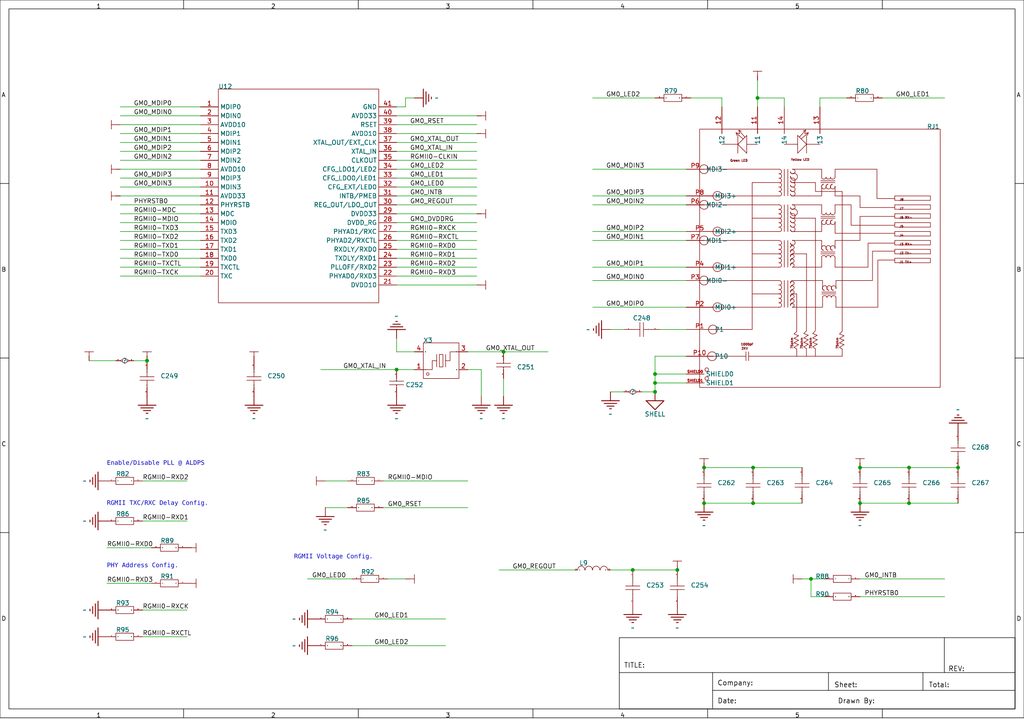
<source format=kicad_sch>
(kicad_sch (version 20231120) (generator "eeschema") (generator_version "8.0")
  (paper "User" 291.846 205.029)
  (lib_symbols
    (symbol "5-Voltage_1" (power) (pin_numbers hide) (pin_names hide)
      (symbol "5-Voltage_1_1_0"
        (pin power_in line (at 0 0 90) (length 1.27) (name "GM0_DVDDRG") (number "1"))
      )
    )
    (symbol "5-Voltage_10" (power) (pin_numbers hide) (pin_names hide)
      (symbol "5-Voltage_10_1_0"
        (pin power_in line (at 0 0 90) (length 1.27) (name "GM0_DVDD10") (number "1"))
      )
    )
    (symbol "5-Voltage_11" (power) (pin_numbers hide) (pin_names hide)
      (symbol "5-Voltage_11_1_0"
        (pin power_in line (at 0 0 90) (length 1.27) (name "GM0_DVDD10") (number "1"))
      )
    )
    (symbol "5-Voltage_2" (power) (pin_numbers hide) (pin_names hide)
      (symbol "5-Voltage_2_1_0"
        (pin power_in line (at 0 0 90) (length 1.27) (name "GM0_DVDDRG") (number "1"))
      )
    )
    (symbol "5-Voltage_3" (power) (pin_numbers hide) (pin_names hide)
      (symbol "5-Voltage_3_1_0"
        (pin power_in line (at 0 0 90) (length 1.27) (name "VCC-IO") (number "1"))
      )
    )
    (symbol "5-Voltage_4" (power) (pin_numbers hide) (pin_names hide)
      (symbol "5-Voltage_4_1_0"
        (pin power_in line (at 0 0 90) (length 1.27) (name "GM0_DVDDRG") (number "1"))
      )
    )
    (symbol "5-Voltage_5" (power) (pin_numbers hide) (pin_names hide)
      (symbol "5-Voltage_5_1_0"
        (pin power_in line (at 0 0 90) (length 1.27) (name "GM0_DVDDRG") (number "1"))
      )
    )
    (symbol "5-Voltage_6" (power) (pin_numbers hide) (pin_names hide)
      (symbol "5-Voltage_6_1_0"
        (pin power_in line (at 0 0 90) (length 1.27) (name "GM0_DVDD10") (number "1"))
      )
    )
    (symbol "5-Voltage_7" (power) (pin_numbers hide) (pin_names hide)
      (symbol "5-Voltage_7_1_0"
        (pin power_in line (at 0 0 90) (length 1.27) (name "GM0_DVDD10") (number "1"))
      )
    )
    (symbol "5-Voltage_8" (power) (pin_numbers hide) (pin_names hide)
      (symbol "5-Voltage_8_1_0"
        (pin power_in line (at 0 0 90) (length 1.27) (name "GM0_DVDD10") (number "1"))
      )
    )
    (symbol "5-Voltage_9" (power) (pin_numbers hide) (pin_names hide)
      (symbol "5-Voltage_9_1_0"
        (pin power_in line (at 0 0 90) (length 1.27) (name "GM0_DVDD10") (number "1"))
      )
    )
    (symbol "AvaotaA1-easyedapro:0201CG220J500NT"
      (property "Reference" "C" (at 0 0 0))
      (symbol "0201CG220J500NT_1_0"
        (pin input line (at -3.81 0 0) (length 2.54) (name "1") (number "1"))
        (pin input line (at 3.81 0 180) (length 2.54) (name "2") (number "2"))
      )
    )
    (symbol "AvaotaA1-easyedapro:0201X225M6R3NT"
      (property "Reference" "C" (at 0 0 0))
      (symbol "0201X225M6R3NT_1_0"
        (pin input line (at 0 -5.08 90) (length 2.54) (name "1") (number "1"))
        (pin input line (at 0 5.08 270) (length 2.54) (name "2") (number "2"))
      )
    )
    (symbol "AvaotaA1-easyedapro:5-Voltage" (power) (pin_numbers hide) (pin_names hide)
      (symbol "5-Voltage_1_0"
        (pin power_in line (at 0 0 90) (length 1.27) (name "VCC-3V3") (number "1"))
      )
    )
    (symbol "AvaotaA1-easyedapro:7D025000Q01"
      (property "Reference" "X" (at 0 0 0))
      (symbol "7D025000Q01_1_0"
        (pin input line (at -7.62 -2.54 0) (length 2.54) (name "IN") (number "1"))
        (pin input line (at 7.62 -2.54 180) (length 2.54) (name "GND") (number "2"))
        (pin input line (at 7.62 2.54 180) (length 2.54) (name "OUT") (number "3"))
        (pin input line (at -7.62 2.54 0) (length 2.54) (name "GND") (number "4"))
      )
    )
    (symbol "AvaotaA1-easyedapro:CapAcitance"
      (symbol "CapAcitance_1_0"
        (pin input line (at -5.08 0 0) (length 2.54) (name "1") (number "1"))
        (pin input line (at 5.08 0 180) (length 2.54) (name "2") (number "2"))
      )
    )
    (symbol "AvaotaA1-easyedapro:Ground-AGND" (power) (pin_numbers hide) (pin_names hide)
      (symbol "Ground-AGND_1_0"
        (pin power_in line (at 0 0 270) (length 2.54) (name "SHELL") (number "1"))
      )
    )
    (symbol "AvaotaA1-easyedapro:Ground-GND" (power) (pin_numbers hide) (pin_names hide)
      (symbol "Ground-GND_1_0"
        (pin power_in line (at 0 0 270) (length 2.54) (name "") (number "1"))
      )
    )
    (symbol "AvaotaA1-easyedapro:HR911130A"
      (property "Reference" "RJ" (at 0 0 0))
      (symbol "HR911130A_1_0"
        (text "1000pF" (at -17.526 -28.702 0) (effects (font (size 0.635 0.635)) (justify left bottom)))
        (text "2KV" (at -17.3482 -29.8958 0) (effects (font (size 0.635 0.635)) (justify left bottom)))
        (text "75ohm" (at -2.5146 -29.718 900) (effects (font (size 0.635 0.635)) (justify left bottom)))
        (text "75ohm" (at 0.254 -29.7434 900) (effects (font (size 0.635 0.635)) (justify left bottom)))
        (text "75ohm" (at 2.794 -29.718 900) (effects (font (size 0.635 0.635)) (justify left bottom)))
        (text "75ohm" (at 10.414 -29.7434 900) (effects (font (size 0.635 0.635)) (justify left bottom)))
        (text "Green LED" (at -20.5486 23.6982 0) (effects (font (size 0.635 0.635)) (justify left bottom)))
        (text "J1 TX+" (at 27.686 -5.2578 0) (effects (font (size 0.635 0.635)) (justify left bottom)))
        (text "J2 TX-" (at 27.686 -2.7178 0) (effects (font (size 0.635 0.635)) (justify left bottom)))
        (text "J3 RX+" (at 27.686 -0.1778 0) (effects (font (size 0.635 0.635)) (justify left bottom)))
        (text "J4" (at 27.686 2.3622 0) (effects (font (size 0.635 0.635)) (justify left bottom)))
        (text "J5" (at 27.686 4.9022 0) (effects (font (size 0.635 0.635)) (justify left bottom)))
        (text "J6 RX-" (at 27.686 7.4422 0) (effects (font (size 0.635 0.635)) (justify left bottom)))
        (text "J7" (at 27.686 9.9822 0) (effects (font (size 0.635 0.635)) (justify left bottom)))
        (text "J8" (at 27.686 12.5222 0) (effects (font (size 0.635 0.635)) (justify left bottom)))
        (text "Yellow LED" (at -3.2512 23.9522 0) (effects (font (size 0.635 0.635)) (justify left bottom)))
        (pin input line (at -12.7 39.37 270) (length 7.62) (name "11") (number "11"))
        (pin input line (at -22.86 39.37 270) (length 7.62) (name "12") (number "12"))
        (pin input line (at 5.08 39.37 270) (length 7.62) (name "13") (number "13"))
        (pin input line (at -5.08 39.37 270) (length 7.62) (name "14") (number "14"))
        (pin input line (at -33.02 -24.13 0) (length 7.62) (name "P1") (number "P1"))
        (pin input line (at -33.02 -31.75 0) (length 7.62) (name "P10") (number "P10"))
        (pin input line (at -33.02 -17.78 0) (length 7.62) (name "MDI0+") (number "P2"))
        (pin input line (at -33.02 -10.16 0) (length 5.08) (name "MDI0-") (number "P3"))
        (pin input line (at -33.02 -6.35 0) (length 7.62) (name "MDI1+") (number "P4"))
        (pin input line (at -33.02 3.81 0) (length 7.62) (name "MDI2+") (number "P5"))
        (pin input line (at -33.02 11.43 0) (length 5.08) (name "MDI2-") (number "P6"))
        (pin input line (at -33.02 1.27 0) (length 5.08) (name "MDI1-") (number "P7"))
        (pin input line (at -33.02 13.97 0) (length 7.62) (name "MDI3+") (number "P8"))
        (pin input line (at -33.02 21.59 0) (length 5.08) (name "MDI3-") (number "P9"))
        (pin input line (at -33.02 -36.83 0) (length 5.08) (name "SHIELD0") (number "SHIELD0"))
        (pin input line (at -33.02 -39.37 0) (length 5.08) (name "SHIELD1") (number "SHIELD1"))
      )
    )
    (symbol "AvaotaA1-easyedapro:RTL8211F-CG"
      (symbol "RTL8211F-CG_1_0"
        (pin input line (at -27.94 27.94 0) (length 5.08) (name "MDIP0") (number "1"))
        (pin input line (at -27.94 5.08 0) (length 5.08) (name "MDIN3") (number "10"))
        (pin input line (at -27.94 2.54 0) (length 5.08) (name "AVDD33") (number "11"))
        (pin input line (at -27.94 0 0) (length 5.08) (name "PHYRSTB") (number "12"))
        (pin input line (at -27.94 -2.54 0) (length 5.08) (name "MDC") (number "13"))
        (pin input line (at -27.94 -5.08 0) (length 5.08) (name "MDIO") (number "14"))
        (pin input line (at -27.94 -7.62 0) (length 5.08) (name "TXD3") (number "15"))
        (pin input line (at -27.94 -10.16 0) (length 5.08) (name "TXD2") (number "16"))
        (pin input line (at -27.94 -12.7 0) (length 5.08) (name "TXD1") (number "17"))
        (pin input line (at -27.94 -15.24 0) (length 5.08) (name "TXD0") (number "18"))
        (pin input line (at -27.94 -17.78 0) (length 5.08) (name "TXCTL") (number "19"))
        (pin input line (at -27.94 25.4 0) (length 5.08) (name "MDIN0") (number "2"))
        (pin input line (at -27.94 -20.32 0) (length 5.08) (name "TXC") (number "20"))
        (pin input line (at 27.94 -22.86 180) (length 5.08) (name "DVDD10") (number "21"))
        (pin input line (at 27.94 -20.32 180) (length 5.08) (name "PHYAD0/RXD3") (number "22"))
        (pin input line (at 27.94 -17.78 180) (length 5.08) (name "PLLOFF/RXD2") (number "23"))
        (pin input line (at 27.94 -15.24 180) (length 5.08) (name "TXDLY/RXD1") (number "24"))
        (pin input line (at 27.94 -12.7 180) (length 5.08) (name "RXDLY/RXD0") (number "25"))
        (pin input line (at 27.94 -10.16 180) (length 5.08) (name "PHYAD2/RXCTL") (number "26"))
        (pin input line (at 27.94 -7.62 180) (length 5.08) (name "PHYAD1/RXC") (number "27"))
        (pin input line (at 27.94 -5.08 180) (length 5.08) (name "DVDD_RG") (number "28"))
        (pin input line (at 27.94 -2.54 180) (length 5.08) (name "DVDD33") (number "29"))
        (pin input line (at -27.94 22.86 0) (length 5.08) (name "AVDD10") (number "3"))
        (pin input line (at 27.94 0 180) (length 5.08) (name "REG_OUT/LDO_OUT") (number "30"))
        (pin input line (at 27.94 2.54 180) (length 5.08) (name "INTB/PMEB") (number "31"))
        (pin input line (at 27.94 5.08 180) (length 5.08) (name "CFG_EXT/LED0") (number "32"))
        (pin input line (at 27.94 7.62 180) (length 5.08) (name "CFG_LDO0/LED1") (number "33"))
        (pin input line (at 27.94 10.16 180) (length 5.08) (name "CFG_LDO1/LED2") (number "34"))
        (pin input line (at 27.94 12.7 180) (length 5.08) (name "CLKOUT") (number "35"))
        (pin input line (at 27.94 15.24 180) (length 5.08) (name "XTAL_IN") (number "36"))
        (pin input line (at 27.94 17.78 180) (length 5.08) (name "XTAL_OUT/EXT_CLK") (number "37"))
        (pin input line (at 27.94 20.32 180) (length 5.08) (name "AVDD10") (number "38"))
        (pin input line (at 27.94 22.86 180) (length 5.08) (name "RSET") (number "39"))
        (pin input line (at -27.94 20.32 0) (length 5.08) (name "MDIP1") (number "4"))
        (pin input line (at 27.94 25.4 180) (length 5.08) (name "AVDD33") (number "40"))
        (pin input line (at 27.94 27.94 180) (length 5.08) (name "GND") (number "41"))
        (pin input line (at -27.94 17.78 0) (length 5.08) (name "MDIN1") (number "5"))
        (pin input line (at -27.94 15.24 0) (length 5.08) (name "MDIP2") (number "6"))
        (pin input line (at -27.94 12.7 0) (length 5.08) (name "MDIN2") (number "7"))
        (pin input line (at -27.94 10.16 0) (length 5.08) (name "AVDD10") (number "8"))
        (pin input line (at -27.94 7.62 0) (length 5.08) (name "MDIP3") (number "9"))
      )
    )
    (symbol "AvaotaA1-easyedapro:Sheet_A4"
      (symbol "Sheet_A4_1_0"
        (text "1" (at 27.432 -204.6732 0) (effects (font (size 1.2192 1.2192)) (justify left bottom)))
        (text "1" (at 27.432 -2.4892 0) (effects (font (size 1.2192 1.2192)) (justify left bottom)))
        (text "2" (at 77.216 -204.6732 0) (effects (font (size 1.2192 1.2192)) (justify left bottom)))
        (text "2" (at 77.216 -2.4892 0) (effects (font (size 1.2192 1.2192)) (justify left bottom)))
        (text "3" (at 127 -204.6732 0) (effects (font (size 1.2192 1.2192)) (justify left bottom)))
        (text "3" (at 127 -2.4892 0) (effects (font (size 1.2192 1.2192)) (justify left bottom)))
        (text "4" (at 176.784 -204.6732 0) (effects (font (size 1.2192 1.2192)) (justify left bottom)))
        (text "4" (at 176.784 -2.4892 0) (effects (font (size 1.2192 1.2192)) (justify left bottom)))
        (text "5" (at 226.568 -204.6732 0) (effects (font (size 1.2192 1.2192)) (justify left bottom)))
        (text "5" (at 226.568 -2.4892 0) (effects (font (size 1.2192 1.2192)) (justify left bottom)))
        (text "A" (at 0.381 -27.7622 0) (effects (font (size 1.2192 1.2192)) (justify left bottom)))
        (text "A" (at 289.687 -27.7622 0) (effects (font (size 1.2192 1.2192)) (justify left bottom)))
        (text "B" (at 0.381 -77.5462 0) (effects (font (size 1.2192 1.2192)) (justify left bottom)))
        (text "B" (at 289.687 -77.5462 0) (effects (font (size 1.2192 1.2192)) (justify left bottom)))
        (text "C" (at 0.381 -127.3302 0) (effects (font (size 1.2192 1.2192)) (justify left bottom)))
        (text "C" (at 289.687 -127.3302 0) (effects (font (size 1.2192 1.2192)) (justify left bottom)))
        (text "Company:" (at 204.4446 -195.5546 0) (effects (font (size 1.397 1.397)) (justify left bottom)))
        (text "D" (at 0.381 -177.1142 0) (effects (font (size 1.2192 1.2192)) (justify left bottom)))
        (text "D" (at 289.687 -177.1142 0) (effects (font (size 1.2192 1.2192)) (justify left bottom)))
        (text "Date:" (at 204.47 -200.66 0) (effects (font (size 1.397 1.397)) (justify left bottom)))
        (text "Drawn By:" (at 238.76 -200.66 0) (effects (font (size 1.397 1.397)) (justify left bottom)))
        (text "REV:" (at 270.256 -191.516 0) (effects (font (size 1.397 1.397)) (justify left bottom)))
        (text "Sheet:" (at 237.744 -196.088 0) (effects (font (size 1.397 1.397)) (justify left bottom)))
        (text "TITLE:" (at 177.8 -190.5 0) (effects (font (size 1.397 1.397)) (justify left bottom)))
        (text "Total:" (at 264.668 -196.088 0) (effects (font (size 1.397 1.397)) (justify left bottom)))
      )
    )
    (symbol "AvaotaA1-easyedapro:Short-Symbol"
      (symbol "Short-Symbol_1_0"
        (pin input line (at -2.54 0 0) (length 1.27) (name "Pin1") (number "1"))
        (pin input line (at 2.54 0 180) (length 1.27) (name "Pin1") (number "2"))
      )
    )
    (symbol "AvaotaA1-easyedapro:WPN252012H2R2MT"
      (property "Reference" "L" (at 0 0 0))
      (symbol "WPN252012H2R2MT_1_0"
        (pin input line (at -5.08 0 0) (length 0.762) (name "1") (number "1"))
        (pin input line (at 5.08 0 180) (length 0.762) (name "2") (number "2"))
      )
    )
    (symbol "AvaotaA1-easyedapro:电阻"
      (symbol "电阻_1_0"
        (pin input line (at -5.08 0 0) (length 2.54) (name "1") (number "1"))
        (pin input line (at 5.08 0 180) (length 2.54) (name "2") (number "2"))
      )
    )
  )
  (junction (at 186.69 106.68))
  (junction (at 259.08 133.35))
  (junction (at 193.04 162.56))
  (junction (at 215.9 27.94))
  (junction (at 259.08 143.51))
  (junction (at 200.66 133.35))
  (junction (at 186.69 111.76))
  (junction (at 180.34 162.56))
  (junction (at 143.51 100.33))
  (junction (at 245.11 143.51))
  (junction (at 273.05 133.35))
  (junction (at 214.63 143.51))
  (junction (at 186.69 109.22))
  (junction (at 214.63 133.35))
  (junction (at 41.91 102.87))
  (junction (at 113.03 105.41))
  (junction (at 245.11 133.35))
  (junction (at 200.66 143.51))
  (junction (at 231.14 165.1))
  (wire (pts (xy 245.11 170.18) (xy 269.24 170.18)))
  (wire (pts (xy 34.29 33.02) (xy 57.15 33.02)))
  (wire (pts (xy 40.64 181.61) (xy 53.34 181.61)))
  (wire (pts (xy 34.29 38.1) (xy 57.15 38.1)))
  (wire (pts (xy 142.24 162.56) (xy 163.83 162.56)))
  (wire (pts (xy 133.35 105.41) (xy 137.16 105.41)))
  (wire (pts (xy 33.02 102.87) (xy 25.4 102.87)))
  (wire (pts (xy 34.29 53.34) (xy 57.15 53.34)))
  (wire (pts (xy 135.89 58.42) (xy 113.03 58.42)))
  (wire (pts (xy 173.99 111.76) (xy 177.8 111.76)))
  (wire (pts (xy 99.06 144.78) (xy 92.71 144.78)))
  (wire (pts (xy 113.03 105.41) (xy 91.44 105.41)))
  (wire (pts (xy 143.51 113.03) (xy 143.51 107.95)))
  (wire (pts (xy 234.95 170.18) (xy 231.14 170.18)))
  (wire (pts (xy 231.14 165.1) (xy 231.14 170.18)))
  (wire (pts (xy 215.9 27.94) (xy 215.9 30.48)))
  (wire (pts (xy 135.89 38.1) (xy 113.03 38.1)))
  (wire (pts (xy 110.49 165.1) (xy 115.57 165.1)))
  (wire (pts (xy 135.89 33.02) (xy 113.03 33.02)))
  (wire (pts (xy 195.58 66.04) (xy 168.91 66.04)))
  (wire (pts (xy 233.68 27.94) (xy 241.3 27.94)))
  (wire (pts (xy 57.15 78.74) (xy 34.29 78.74)))
  (wire (pts (xy 195.58 76.2) (xy 168.91 76.2)))
  (wire (pts (xy 113.03 73.66) (xy 135.89 73.66)))
  (wire (pts (xy 195.58 48.26) (xy 168.91 48.26)))
  (wire (pts (xy 53.34 148.59) (xy 40.64 148.59)))
  (wire (pts (xy 135.89 40.64) (xy 113.03 40.64)))
  (wire (pts (xy 233.68 27.94) (xy 233.68 30.48)))
  (wire (pts (xy 186.69 111.76) (xy 186.69 109.22)))
  (wire (pts (xy 135.89 60.96) (xy 113.03 60.96)))
  (wire (pts (xy 57.15 66.04) (xy 34.29 66.04)))
  (wire (pts (xy 40.64 173.99) (xy 53.34 173.99)))
  (wire (pts (xy 57.15 60.96) (xy 34.29 60.96)))
  (wire (pts (xy 135.89 45.72) (xy 113.03 45.72)))
  (wire (pts (xy 180.34 162.56) (xy 173.99 162.56)))
  (wire (pts (xy 195.58 68.58) (xy 168.91 68.58)))
  (wire (pts (xy 34.29 58.42) (xy 57.15 58.42)))
  (wire (pts (xy 113.03 66.04) (xy 135.89 66.04)))
  (wire (pts (xy 133.35 144.78) (xy 109.22 144.78)))
  (wire (pts (xy 34.29 50.8) (xy 57.15 50.8)))
  (wire (pts (xy 135.89 78.74) (xy 113.03 78.74)))
  (wire (pts (xy 205.74 30.48) (xy 205.74 27.94)))
  (wire (pts (xy 214.63 143.51) (xy 228.6 143.51)))
  (wire (pts (xy 251.46 27.94) (xy 269.24 27.94)))
  (wire (pts (xy 135.89 50.8) (xy 113.03 50.8)))
  (wire (pts (xy 215.9 22.86) (xy 215.9 27.94)))
  (wire (pts (xy 195.58 87.63) (xy 168.91 87.63)))
  (wire (pts (xy 115.57 27.94) (xy 118.11 27.94)))
  (wire (pts (xy 259.08 143.51) (xy 245.11 143.51)))
  (wire (pts (xy 186.69 109.22) (xy 195.58 109.22)))
  (wire (pts (xy 135.89 63.5) (xy 113.03 63.5)))
  (wire (pts (xy 57.15 73.66) (xy 34.29 73.66)))
  (wire (pts (xy 177.8 93.98) (xy 173.99 93.98)))
  (wire (pts (xy 223.52 27.94) (xy 215.9 27.94)))
  (wire (pts (xy 135.89 68.58) (xy 113.03 68.58)))
  (wire (pts (xy 40.64 137.16) (xy 53.34 137.16)))
  (wire (pts (xy 135.89 48.26) (xy 113.03 48.26)))
  (wire (pts (xy 231.14 165.1) (xy 234.95 165.1)))
  (wire (pts (xy 135.89 43.18) (xy 113.03 43.18)))
  (wire (pts (xy 143.51 100.33) (xy 133.35 100.33)))
  (wire (pts (xy 195.58 93.98) (xy 187.96 93.98)))
  (wire (pts (xy 273.05 133.35) (xy 259.08 133.35)))
  (wire (pts (xy 115.57 30.48) (xy 115.57 27.94)))
  (wire (pts (xy 223.52 30.48) (xy 223.52 27.94)))
  (wire (pts (xy 135.89 53.34) (xy 113.03 53.34)))
  (wire (pts (xy 135.89 76.2) (xy 113.03 76.2)))
  (wire (pts (xy 195.58 58.42) (xy 168.91 58.42)))
  (wire (pts (xy 273.05 143.51) (xy 259.08 143.51)))
  (wire (pts (xy 135.89 81.28) (xy 113.03 81.28)))
  (wire (pts (xy 57.15 63.5) (xy 34.29 63.5)))
  (wire (pts (xy 186.69 27.94) (xy 168.91 27.94)))
  (wire (pts (xy 228.6 165.1) (xy 231.14 165.1)))
  (wire (pts (xy 259.08 133.35) (xy 245.11 133.35)))
  (wire (pts (xy 135.89 71.12) (xy 113.03 71.12)))
  (wire (pts (xy 195.58 80.01) (xy 168.91 80.01)))
  (wire (pts (xy 127 176.53) (xy 100.33 176.53)))
  (wire (pts (xy 118.11 100.33) (xy 113.03 100.33)))
  (wire (pts (xy 200.66 143.51) (xy 214.63 143.51)))
  (wire (pts (xy 109.22 137.16) (xy 133.35 137.16)))
  (wire (pts (xy 195.58 101.6) (xy 186.69 101.6)))
  (wire (pts (xy 34.29 40.64) (xy 57.15 40.64)))
  (wire (pts (xy 186.69 106.68) (xy 186.69 109.22)))
  (wire (pts (xy 195.58 55.88) (xy 168.91 55.88)))
  (wire (pts (xy 186.69 101.6) (xy 186.69 106.68)))
  (wire (pts (xy 34.29 68.58) (xy 57.15 68.58)))
  (wire (pts (xy 137.16 113.03) (xy 137.16 105.41)))
  (wire (pts (xy 205.74 27.94) (xy 196.85 27.94)))
  (wire (pts (xy 30.48 166.37) (xy 43.18 166.37)))
  (wire (pts (xy 87.63 165.1) (xy 100.33 165.1)))
  (wire (pts (xy 113.03 100.33) (xy 113.03 96.52)))
  (wire (pts (xy 34.29 48.26) (xy 57.15 48.26)))
  (wire (pts (xy 113.03 30.48) (xy 115.57 30.48)))
  (wire (pts (xy 127 184.15) (xy 100.33 184.15)))
  (wire (pts (xy 41.91 102.87) (xy 38.1 102.87)))
  (wire (pts (xy 118.11 105.41) (xy 113.03 105.41)))
  (wire (pts (xy 34.29 55.88) (xy 57.15 55.88)))
  (wire (pts (xy 92.71 137.16) (xy 99.06 137.16)))
  (wire (pts (xy 156.21 100.33) (xy 143.51 100.33)))
  (wire (pts (xy 193.04 162.56) (xy 180.34 162.56)))
  (wire (pts (xy 214.63 133.35) (xy 228.6 133.35)))
  (wire (pts (xy 200.66 133.35) (xy 214.63 133.35)))
  (wire (pts (xy 43.18 156.21) (xy 30.48 156.21)))
  (wire (pts (xy 135.89 55.88) (xy 113.03 55.88)))
  (wire (pts (xy 34.29 30.48) (xy 57.15 30.48)))
  (wire (pts (xy 195.58 106.68) (xy 186.69 106.68)))
  (wire (pts (xy 269.24 165.1) (xy 245.11 165.1)))
  (wire (pts (xy 34.29 35.56) (xy 57.15 35.56)))
  (wire (pts (xy 34.29 76.2) (xy 57.15 76.2)))
  (wire (pts (xy 182.88 111.76) (xy 186.69 111.76)))
  (wire (pts (xy 34.29 71.12) (xy 57.15 71.12)))
  (wire (pts (xy 34.29 45.72) (xy 57.15 45.72)))
  (wire (pts (xy 34.29 43.18) (xy 57.15 43.18)))
  (wire (pts (xy 135.89 35.56) (xy 113.03 35.56)))
  (text "Enable/Disable PLL @ ALDPS" (at 30.48 133.35 0) (effects (font (size 1.27 1.27)) (justify left bottom)))
  (text "RGMII Voltage Config." (at 83.82 160.02 0) (effects (font (size 1.27 1.27)) (justify left bottom)))
  (text "PHY Address Config." (at 30.48 162.56 0) (effects (font (size 1.27 1.27)) (justify left bottom)))
  (text "RGMII TXC/RXC Delay Config." (at 30.48 144.78 0) (effects (font (size 1.27 1.27)) (justify left bottom)))
  (label "RGMII0-RXCK" (at 40.64 173.99 0))
  (label "GM0_MDIN2" (at 38.1 45.72 0))
  (label "GM0_MDIN3" (at 172.72 48.26 0))
  (label "GM0_MDIP2" (at 172.72 66.04 0))
  (label "RGMII0-TXCK" (at 38.1 78.74 0))
  (label "GM0_LED1" (at 255.27 27.94 0))
  (label "RGMII0-TXD0" (at 38.1 73.66 0))
  (label "GM0_LED0" (at 116.84 53.34 0))
  (label "RGMII0-RXD3" (at 30.48 166.37 0))
  (label "RGMII0-RXD0" (at 116.84 71.12 0))
  (label "GM0_XTAL_IN" (at 97.79 105.41 0))
  (label "GM0_XTAL_IN" (at 116.84 43.18 0))
  (label "GM0_MDIP0" (at 172.72 87.63 0))
  (label "RGMII0-MDC" (at 38.1 60.96 0))
  (label "RGMII0-TXD2" (at 38.1 68.58 0))
  (label "RGMII0-MDIO" (at 110.49 137.16 0))
  (label "GM0_LED2" (at 172.72 27.94 0))
  (label "RGMII0-TXD3" (at 38.1 66.04 0))
  (label "RGMII0-RXD0" (at 30.48 156.21 0))
  (label "GM0_MDIN0" (at 38.1 33.02 0))
  (label "RGMII0-RXD2" (at 116.84 76.2 0))
  (label "GM0_MDIP3" (at 172.72 55.88 0))
  (label "PHYRSTB0" (at 38.1 58.42 0))
  (label "RGMII0-RXCTL" (at 40.64 181.61 0))
  (label "RGMII0-RXCK" (at 116.84 66.04 0))
  (label "RGMII0-RXD3" (at 116.84 78.74 0))
  (label "GM0_INTB" (at 116.84 55.88 0))
  (label "GM0_XTAL_OUT" (at 116.84 40.64 0))
  (label "GM0_RSET" (at 110.49 144.78 0))
  (label "GM0_RSET" (at 116.84 35.56 0))
  (label "GM0_MDIN0" (at 172.72 80.01 0))
  (label "RGMII0-TXD1" (at 38.1 71.12 0))
  (label "RGMII0-RXCTL" (at 116.84 68.58 0))
  (label "GM0_MDIP0" (at 38.1 30.48 0))
  (label "RGMII0-CLKIN" (at 116.84 45.72 0))
  (label "RGMII0-TXCTL" (at 38.1 76.2 0))
  (label "GM0_DVDDRG" (at 116.84 63.5 0))
  (label "GM0_LED1" (at 106.68 176.53 0))
  (label "PHYRSTB0" (at 246.38 170.18 0))
  (label "GM0_MDIN1" (at 38.1 40.64 0))
  (label "GM0_REGOUT" (at 146.05 162.56 0))
  (label "GM0_MDIN2" (at 172.72 58.42 0))
  (label "GM0_MDIP1" (at 172.72 76.2 0))
  (label "RGMII0-RXD1" (at 40.64 148.59 0))
  (label "GM0_LED2" (at 106.68 184.15 0))
  (label "GM0_MDIN1" (at 172.72 68.58 0))
  (label "GM0_LED1" (at 116.84 50.8 0))
  (label "GM0_LED2" (at 116.84 48.26 0))
  (label "GM0_MDIN3" (at 38.1 53.34 0))
  (label "GM0_INTB" (at 246.38 165.1 0))
  (label "GM0_MDIP2" (at 38.1 43.18 0))
  (label "GM0_XTAL_OUT" (at 138.43 100.33 0))
  (label "GM0_LED0" (at 88.9 165.1 0))
  (label "RGMII0-RXD2" (at 40.64 137.16 0))
  (label "GM0_MDIP1" (at 38.1 38.1 0))
  (label "GM0_MDIP3" (at 38.1 50.8 0))
  (label "RGMII0-RXD1" (at 116.84 73.66 0))
  (label "GM0_REGOUT" (at 116.84 58.42 0))
  (label "RGMII0-MDIO" (at 38.1 63.5 0))
  (symbol (lib_id "AvaotaA1-easyedapro:5-Voltage") (at 115.57 165.1 270) (unit 1)
    (property "Reference" "#PWR?" (effects (hide yes)))
    (property "Value" "VCC-3V3" (effects (hide yes)))
    (property "Footprint" "AvaotaA1-easyedapro:" (effects (hide yes)))
    (property "Description" "Power-5V" (effects (hide yes)))
  )
  (symbol (lib_id "AvaotaA1-easyedapro:0201X225M6R3NT") (at 273.05 138.43 180) (unit 1)
    (property "Reference" "C267" (at 276.86 138.43 0) (effects (justify right top)))
    (property "Value" "100nF" (effects (hide yes)))
    (property "Footprint" "AvaotaA1-easyedapro:C0201" (effects (hide yes)))
    (property "Datasheet" "https://atta.szlcsc.com/upload/public/pdf/source/20180913/C285111_405173511BA094D64E8CAA96F7E40A73.pdf" (effects (hide yes)))
    (property "Description" "容值:2.2uF;精度:±20%;额定电压:6.3V;材质(温度系数):X5R;" (effects (hide yes)))
    (property "Manufacturer Part" "0201X225M6R3NT" (effects (hide yes)))
    (property "Manufacturer" "FH(风华)" (effects (hide yes)))
    (property "Supplier Part" "C285111" (effects (hide yes)))
    (property "Supplier" "LCSC" (effects (hide yes)))
    (property "LCSC Part Name" "2.2uF ±20% 6.3V" (effects (hide yes)))
  )
  (symbol (lib_id "AvaotaA1-easyedapro:电阻") (at 95.25 184.15 0) (unit 1)
    (property "Reference" "R96" (at 92.71 182.88 0) (effects (justify left bottom)))
    (property "Value" "4.7K" (effects (hide yes)))
    (property "Footprint" "AvaotaA1-easyedapro:R0603" (effects (hide yes)))
  )
  (symbol (lib_name "5-Voltage_10") (lib_id "AvaotaA1-easyedapro:5-Voltage") (at 34.29 35.56 90) (unit 1)
    (property "Reference" "#PWR?" (effects (hide yes)))
    (property "Value" "GM0_DVDD10" (effects (hide yes)))
    (property "Footprint" "AvaotaA1-easyedapro:" (effects (hide yes)))
    (property "Description" "Power-5V" (effects (hide yes)))
  )
  (symbol (lib_name "5-Voltage_3") (lib_id "AvaotaA1-easyedapro:5-Voltage") (at 25.4 102.87 0) (unit 1)
    (property "Reference" "#PWR?" (effects (hide yes)))
    (property "Value" "VCC-IO" (effects (hide yes)))
    (property "Footprint" "AvaotaA1-easyedapro:" (effects (hide yes)))
    (property "Description" "Power-5V" (effects (hide yes)))
  )
  (symbol (lib_id "AvaotaA1-easyedapro:Ground-GND") (at 180.34 172.72 0) (unit 1)
    (property "Reference" "#PWR?" (effects (hide yes)))
    (property "Footprint" "AvaotaA1-easyedapro:" (effects (hide yes)))
  )
  (symbol (lib_id "AvaotaA1-easyedapro:Ground-GND") (at 113.03 113.03 0) (unit 1)
    (property "Reference" "#PWR?" (effects (hide yes)))
    (property "Footprint" "AvaotaA1-easyedapro:" (effects (hide yes)))
  )
  (symbol (lib_id "AvaotaA1-easyedapro:Ground-GND") (at 245.11 143.51 0) (unit 1)
    (property "Reference" "#PWR?" (effects (hide yes)))
    (property "Footprint" "AvaotaA1-easyedapro:" (effects (hide yes)))
  )
  (symbol (lib_name "5-Voltage_11") (lib_id "AvaotaA1-easyedapro:5-Voltage") (at 34.29 48.26 90) (unit 1)
    (property "Reference" "#PWR?" (effects (hide yes)))
    (property "Value" "GM0_DVDD10" (effects (hide yes)))
    (property "Footprint" "AvaotaA1-easyedapro:" (effects (hide yes)))
    (property "Description" "Power-5V" (effects (hide yes)))
  )
  (symbol (lib_name "5-Voltage_7") (lib_id "AvaotaA1-easyedapro:5-Voltage") (at 245.11 133.35 0) (unit 1)
    (property "Reference" "#PWR?" (effects (hide yes)))
    (property "Value" "GM0_DVDD10" (effects (hide yes)))
    (property "Footprint" "AvaotaA1-easyedapro:" (effects (hide yes)))
    (property "Description" "Power-5V" (effects (hide yes)))
  )
  (symbol (lib_id "AvaotaA1-easyedapro:Ground-GND") (at 41.91 113.03 0) (unit 1)
    (property "Reference" "#PWR?" (effects (hide yes)))
    (property "Footprint" "AvaotaA1-easyedapro:" (effects (hide yes)))
  )
  (symbol (lib_id "AvaotaA1-easyedapro:Ground-GND") (at 118.11 27.94 90) (unit 1)
    (property "Reference" "#PWR?" (effects (hide yes)))
    (property "Footprint" "AvaotaA1-easyedapro:" (effects (hide yes)))
  )
  (symbol (lib_id "AvaotaA1-easyedapro:Ground-GND") (at 143.51 113.03 0) (unit 1)
    (property "Reference" "#PWR?" (effects (hide yes)))
    (property "Footprint" "AvaotaA1-easyedapro:" (effects (hide yes)))
  )
  (symbol (lib_id "AvaotaA1-easyedapro:5-Voltage") (at 228.6 165.1 90) (unit 1)
    (property "Reference" "#PWR?" (effects (hide yes)))
    (property "Value" "VCC-3V3" (effects (hide yes)))
    (property "Footprint" "AvaotaA1-easyedapro:" (effects (hide yes)))
    (property "Description" "Power-5V" (effects (hide yes)))
  )
  (symbol (lib_id "AvaotaA1-easyedapro:电阻") (at 246.38 27.94 0) (unit 1)
    (property "Reference" "R80" (at 243.84 26.67 0) (effects (justify left bottom)))
    (property "Value" "510" (effects (hide yes)))
    (property "Footprint" "AvaotaA1-easyedapro:R0603" (effects (hide yes)))
  )
  (symbol (lib_id "AvaotaA1-easyedapro:Ground-GND") (at 30.48 137.16 270) (unit 1)
    (property "Reference" "#PWR?" (effects (hide yes)))
    (property "Footprint" "AvaotaA1-easyedapro:" (effects (hide yes)))
  )
  (symbol (lib_id "AvaotaA1-easyedapro:5-Voltage") (at 135.89 60.96 270) (unit 1)
    (property "Reference" "#PWR?" (effects (hide yes)))
    (property "Value" "VCC-3V3" (effects (hide yes)))
    (property "Footprint" "AvaotaA1-easyedapro:" (effects (hide yes)))
    (property "Description" "Power-5V" (effects (hide yes)))
  )
  (symbol (lib_id "AvaotaA1-easyedapro:Ground-GND") (at 193.04 172.72 0) (unit 1)
    (property "Reference" "#PWR?" (effects (hide yes)))
    (property "Footprint" "AvaotaA1-easyedapro:" (effects (hide yes)))
  )
  (symbol (lib_id "AvaotaA1-easyedapro:0201X225M6R3NT") (at 273.05 128.27 180) (unit 1)
    (property "Reference" "C268" (at 276.86 128.27 0) (effects (justify right top)))
    (property "Value" "100nF" (effects (hide yes)))
    (property "Footprint" "AvaotaA1-easyedapro:C0201" (effects (hide yes)))
    (property "Datasheet" "https://atta.szlcsc.com/upload/public/pdf/source/20180913/C285111_405173511BA094D64E8CAA96F7E40A73.pdf" (effects (hide yes)))
    (property "Description" "容值:2.2uF;精度:±20%;额定电压:6.3V;材质(温度系数):X5R;" (effects (hide yes)))
    (property "Manufacturer Part" "0201X225M6R3NT" (effects (hide yes)))
    (property "Manufacturer" "FH(风华)" (effects (hide yes)))
    (property "Supplier Part" "C285111" (effects (hide yes)))
    (property "Supplier" "LCSC" (effects (hide yes)))
    (property "LCSC Part Name" "2.2uF ±20% 6.3V" (effects (hide yes)))
  )
  (symbol (lib_id "AvaotaA1-easyedapro:0201CG220J500NT") (at 143.51 104.14 90) (unit 1)
    (property "Reference" "C251" (at 147.32 105.41 90) (effects (justify right top)))
    (property "Value" "22pF" (effects (hide yes)))
    (property "Footprint" "AvaotaA1-easyedapro:C0201" (effects (hide yes)))
    (property "Datasheet" "https://atta.szlcsc.com/upload/public/pdf/source/20200305/C486355_26A10D38EF8C2A5C37091D0039909270.pdf" (effects (hide yes)))
    (property "Description" "容值:22pF;精度:±5%;额定电压:50V;材质(温度系数):C0G;" (effects (hide yes)))
    (property "Manufacturer Part" "0201CG220J500NT" (effects (hide yes)))
    (property "Manufacturer" "FH(风华)" (effects (hide yes)))
    (property "Supplier Part" "C57783" (effects (hide yes)))
    (property "Supplier" "LCSC" (effects (hide yes)))
    (property "LCSC Part Name" "22pF ±5% 50V" (effects (hide yes)))
  )
  (symbol (lib_id "AvaotaA1-easyedapro:Ground-AGND") (at 186.69 111.76 0) (unit 1)
    (property "Reference" "#PWR?" (effects (hide yes)))
    (property "Value" "SHELL" (at 186.69 118.11 0))
    (property "Footprint" "AvaotaA1-easyedapro:" (effects (hide yes)))
  )
  (symbol (lib_id "AvaotaA1-easyedapro:电阻") (at 48.26 166.37 0) (unit 1)
    (property "Reference" "R91" (at 45.72 165.1 0) (effects (justify left bottom)))
    (property "Value" "4.7K" (effects (hide yes)))
    (property "Footprint" "AvaotaA1-easyedapro:R0603" (effects (hide yes)))
  )
  (symbol (lib_id "AvaotaA1-easyedapro:0201X225M6R3NT") (at 193.04 167.64 180) (unit 1)
    (property "Reference" "C254" (at 196.85 167.64 0) (effects (justify right top)))
    (property "Value" "100nF" (effects (hide yes)))
    (property "Footprint" "AvaotaA1-easyedapro:C0201" (effects (hide yes)))
    (property "Datasheet" "https://atta.szlcsc.com/upload/public/pdf/source/20180913/C285111_405173511BA094D64E8CAA96F7E40A73.pdf" (effects (hide yes)))
    (property "Description" "容值:2.2uF;精度:±20%;额定电压:6.3V;材质(温度系数):X5R;" (effects (hide yes)))
    (property "Manufacturer Part" "0201X225M6R3NT" (effects (hide yes)))
    (property "Manufacturer" "FH(风华)" (effects (hide yes)))
    (property "Supplier Part" "C285111" (effects (hide yes)))
    (property "Supplier" "LCSC" (effects (hide yes)))
    (property "LCSC Part Name" "2.2uF ±20% 6.3V" (effects (hide yes)))
  )
  (symbol (lib_id "AvaotaA1-easyedapro:电阻") (at 35.56 148.59 0) (unit 1)
    (property "Reference" "R86" (at 33.02 147.32 0) (effects (justify left bottom)))
    (property "Value" "4.7K" (effects (hide yes)))
    (property "Footprint" "AvaotaA1-easyedapro:R0603" (effects (hide yes)))
  )
  (symbol (lib_id "AvaotaA1-easyedapro:Ground-GND") (at 72.39 113.03 0) (unit 1)
    (property "Reference" "#PWR?" (effects (hide yes)))
    (property "Footprint" "AvaotaA1-easyedapro:" (effects (hide yes)))
  )
  (symbol (lib_id "AvaotaA1-easyedapro:WPN252012H2R2MT") (at 168.91 162.56 0) (unit 1)
    (property "Reference" "L9" (at 165.1 161.29 0) (effects (justify left bottom)))
    (property "Value" "2.2uH" (effects (hide yes)))
    (property "Footprint" "AvaotaA1-easyedapro:IND-SMD_L2.5-W2.0_WPN252012H" (effects (hide yes)))
    (property "Datasheet" "https://atta.szlcsc.com/upload/public/pdf/source/20231024/AA72387348CB63159A6CBE41DDE5ECDA.pdf" (effects (hide yes)))
    (property "Description" "电感值:2.2uH;精度:±20%;额定电流:1.9A;饱和电流(Isat):3A;类型:-;" (effects (hide yes)))
    (property "Manufacturer Part" "WPN252012H2R2MT" (effects (hide yes)))
    (property "Manufacturer" "Sunlord(顺络)" (effects (hide yes)))
    (property "Supplier Part" "C98350" (effects (hide yes)))
    (property "Supplier" "LCSC" (effects (hide yes)))
    (property "LCSC Part Name" "2.2uH ±20% 3A" (effects (hide yes)))
  )
  (symbol (lib_id "AvaotaA1-easyedapro:Ground-GND") (at 90.17 176.53 270) (unit 1)
    (property "Reference" "#PWR?" (effects (hide yes)))
    (property "Footprint" "AvaotaA1-easyedapro:" (effects (hide yes)))
  )
  (symbol (lib_id "AvaotaA1-easyedapro:0201X225M6R3NT") (at 41.91 107.95 180) (unit 1)
    (property "Reference" "C249" (at 45.72 107.95 0) (effects (justify right top)))
    (property "Value" "2.2uF" (effects (hide yes)))
    (property "Footprint" "AvaotaA1-easyedapro:C0201" (effects (hide yes)))
    (property "Datasheet" "https://atta.szlcsc.com/upload/public/pdf/source/20180913/C285111_405173511BA094D64E8CAA96F7E40A73.pdf" (effects (hide yes)))
    (property "Description" "容值:2.2uF;精度:±20%;额定电压:6.3V;材质(温度系数):X5R;" (effects (hide yes)))
    (property "Manufacturer Part" "0201X225M6R3NT" (effects (hide yes)))
    (property "Manufacturer" "FH(风华)" (effects (hide yes)))
    (property "Supplier Part" "C285111" (effects (hide yes)))
    (property "Supplier" "LCSC" (effects (hide yes)))
    (property "LCSC Part Name" "2.2uF ±20% 6.3V" (effects (hide yes)))
  )
  (symbol (lib_id "AvaotaA1-easyedapro:Short-Symbol") (at 35.56 102.87 0) (unit 1)
    (property "Reference" "?" (at 35.56 102.87 0))
    (property "Footprint" "AvaotaA1-easyedapro:" (effects (hide yes)))
  )
  (symbol (lib_id "AvaotaA1-easyedapro:电阻") (at 95.25 176.53 0) (unit 1)
    (property "Reference" "R94" (at 92.71 175.26 0) (effects (justify left bottom)))
    (property "Value" "4.7K" (effects (hide yes)))
    (property "Footprint" "AvaotaA1-easyedapro:R0603" (effects (hide yes)))
  )
  (symbol (lib_id "AvaotaA1-easyedapro:RTL8211F-CG") (at 85.09 58.42 0) (unit 1)
    (property "Reference" "U12" (at 62.23 25.4 0) (effects (justify left bottom)))
    (property "Footprint" "AvaotaA1-easyedapro:WQFN-40_L5.0-W5.0-P0.4-BL-EP" (effects (hide yes)))
    (property "Datasheet" "https://atta.szlcsc.com/upload/public/pdf/source/20190902/C187932_1913F3711F05FE1324DF2946D70D648D.pdf" (effects (hide yes)))
    (property "Description" "应用功能:-;通道数:-;接口类型:-;" (effects (hide yes)))
    (property "Manufacturer Part" "RTL8211F-CG" (effects (hide yes)))
    (property "Manufacturer" "REALTEK(瑞昱)" (effects (hide yes)))
    (property "Supplier Part" "C187932" (effects (hide yes)))
    (property "Supplier" "LCSC" (effects (hide yes)))
    (property "LCSC Part Name" "集成10/100/1000M以太网精密收发器" (effects (hide yes)))
  )
  (symbol (lib_id "AvaotaA1-easyedapro:CapAcitance") (at 182.88 93.98 0) (unit 1)
    (property "Reference" "C248" (at 180.34 91.44 0) (effects (justify left bottom)))
    (property "Value" "10nF/2KV" (effects (hide yes)))
    (property "Footprint" "AvaotaA1-easyedapro:C0402" (effects (hide yes)))
  )
  (symbol (lib_name "5-Voltage_6") (lib_id "AvaotaA1-easyedapro:5-Voltage") (at 193.04 162.56 0) (unit 1)
    (property "Reference" "#PWR?" (effects (hide yes)))
    (property "Value" "GM0_DVDD10" (effects (hide yes)))
    (property "Footprint" "AvaotaA1-easyedapro:" (effects (hide yes)))
    (property "Description" "Power-5V" (effects (hide yes)))
  )
  (symbol (lib_id "AvaotaA1-easyedapro:Ground-GND") (at 173.99 111.76 0) (unit 1)
    (property "Reference" "#PWR?" (effects (hide yes)))
    (property "Footprint" "AvaotaA1-easyedapro:" (effects (hide yes)))
  )
  (symbol (lib_name "5-Voltage_1") (lib_id "AvaotaA1-easyedapro:5-Voltage") (at 53.34 156.21 270) (unit 1)
    (property "Reference" "#PWR?" (effects (hide yes)))
    (property "Value" "GM0_DVDDRG" (effects (hide yes)))
    (property "Footprint" "AvaotaA1-easyedapro:" (effects (hide yes)))
    (property "Description" "Power-5V" (effects (hide yes)))
  )
  (symbol (lib_id "AvaotaA1-easyedapro:0201X225M6R3NT") (at 245.11 138.43 180) (unit 1)
    (property "Reference" "C265" (at 248.92 138.43 0) (effects (justify right top)))
    (property "Value" "100nF" (effects (hide yes)))
    (property "Footprint" "AvaotaA1-easyedapro:C0201" (effects (hide yes)))
    (property "Datasheet" "https://atta.szlcsc.com/upload/public/pdf/source/20180913/C285111_405173511BA094D64E8CAA96F7E40A73.pdf" (effects (hide yes)))
    (property "Description" "容值:2.2uF;精度:±20%;额定电压:6.3V;材质(温度系数):X5R;" (effects (hide yes)))
    (property "Manufacturer Part" "0201X225M6R3NT" (effects (hide yes)))
    (property "Manufacturer" "FH(风华)" (effects (hide yes)))
    (property "Supplier Part" "C285111" (effects (hide yes)))
    (property "Supplier" "LCSC" (effects (hide yes)))
    (property "LCSC Part Name" "2.2uF ±20% 6.3V" (effects (hide yes)))
  )
  (symbol (lib_id "AvaotaA1-easyedapro:Ground-GND") (at 200.66 143.51 0) (unit 1)
    (property "Reference" "#PWR?" (effects (hide yes)))
    (property "Footprint" "AvaotaA1-easyedapro:" (effects (hide yes)))
  )
  (symbol (lib_id "AvaotaA1-easyedapro:电阻") (at 35.56 173.99 0) (unit 1)
    (property "Reference" "R93" (at 33.02 172.72 0) (effects (justify left bottom)))
    (property "Value" "4.7K" (effects (hide yes)))
    (property "Footprint" "AvaotaA1-easyedapro:R0603" (effects (hide yes)))
  )
  (symbol (lib_id "AvaotaA1-easyedapro:5-Voltage") (at 215.9 22.86 0) (unit 1)
    (property "Reference" "#PWR?" (effects (hide yes)))
    (property "Value" "VCC-3V3" (effects (hide yes)))
    (property "Footprint" "AvaotaA1-easyedapro:" (effects (hide yes)))
    (property "Description" "Power-5V" (effects (hide yes)))
  )
  (symbol (lib_id "AvaotaA1-easyedapro:5-Voltage") (at 135.89 33.02 270) (unit 1)
    (property "Reference" "#PWR?" (effects (hide yes)))
    (property "Value" "VCC-3V3" (effects (hide yes)))
    (property "Footprint" "AvaotaA1-easyedapro:" (effects (hide yes)))
    (property "Description" "Power-5V" (effects (hide yes)))
  )
  (symbol (lib_id "AvaotaA1-easyedapro:电阻") (at 104.14 144.78 0) (unit 1)
    (property "Reference" "R85" (at 101.6 143.51 0) (effects (justify left bottom)))
    (property "Value" "2.49K" (effects (hide yes)))
    (property "Footprint" "AvaotaA1-easyedapro:R0603" (effects (hide yes)))
  )
  (symbol (lib_id "AvaotaA1-easyedapro:Ground-GND") (at 30.48 173.99 270) (unit 1)
    (property "Reference" "#PWR?" (effects (hide yes)))
    (property "Footprint" "AvaotaA1-easyedapro:" (effects (hide yes)))
  )
  (symbol (lib_id "AvaotaA1-easyedapro:0201X225M6R3NT") (at 180.34 167.64 180) (unit 1)
    (property "Reference" "C253" (at 184.15 167.64 0) (effects (justify right top)))
    (property "Value" "2.2uF" (effects (hide yes)))
    (property "Footprint" "AvaotaA1-easyedapro:C0201" (effects (hide yes)))
    (property "Datasheet" "https://atta.szlcsc.com/upload/public/pdf/source/20180913/C285111_405173511BA094D64E8CAA96F7E40A73.pdf" (effects (hide yes)))
    (property "Description" "容值:2.2uF;精度:±20%;额定电压:6.3V;材质(温度系数):X5R;" (effects (hide yes)))
    (property "Manufacturer Part" "0201X225M6R3NT" (effects (hide yes)))
    (property "Manufacturer" "FH(风华)" (effects (hide yes)))
    (property "Supplier Part" "C285111" (effects (hide yes)))
    (property "Supplier" "LCSC" (effects (hide yes)))
    (property "LCSC Part Name" "2.2uF ±20% 6.3V" (effects (hide yes)))
  )
  (symbol (lib_id "AvaotaA1-easyedapro:Ground-GND") (at 137.16 113.03 0) (unit 1)
    (property "Reference" "#PWR?" (effects (hide yes)))
    (property "Footprint" "AvaotaA1-easyedapro:" (effects (hide yes)))
  )
  (symbol (lib_name "5-Voltage_4") (lib_id "AvaotaA1-easyedapro:5-Voltage") (at 41.91 102.87 0) (unit 1)
    (property "Reference" "#PWR?" (effects (hide yes)))
    (property "Value" "GM0_DVDDRG" (effects (hide yes)))
    (property "Footprint" "AvaotaA1-easyedapro:" (effects (hide yes)))
    (property "Description" "Power-5V" (effects (hide yes)))
  )
  (symbol (lib_id "AvaotaA1-easyedapro:Sheet_A4") (at 0 0 0) (unit 1)
    (property "Reference" "?" (at 0 0 0))
    (property "Footprint" "AvaotaA1-easyedapro:" (effects (hide yes)))
    (property "@Board Name" "Avaota Pi A_100ASK_1.7" (effects (hide yes)))
    (property "@Create Date" "2024-08-17" (effects (hide yes)))
    (property "@Create Time" "11:54:28" (effects (hide yes)))
    (property "@Page Count" "13" (effects (hide yes)))
    (property "@Page Name" "GMAC0" (effects (hide yes)))
    (property "@Page No" "11" (effects (hide yes)))
    (property "@Project Name" "Avaota A1 八核 AIoT 开发板" (effects (hide yes)))
    (property "@Schematic Name" "Avaota Pi A_1" (effects (hide yes)))
    (property "@Update Date" "2024-08-17" (effects (hide yes)))
    (property "@Update Time" "11:54:30" (effects (hide yes)))
  )
  (symbol (lib_id "AvaotaA1-easyedapro:电阻") (at 35.56 137.16 0) (unit 1)
    (property "Reference" "R82" (at 33.02 135.89 0) (effects (justify left bottom)))
    (property "Value" "4.7K" (effects (hide yes)))
    (property "Footprint" "AvaotaA1-easyedapro:R0603" (effects (hide yes)))
  )
  (symbol (lib_id "AvaotaA1-easyedapro:Ground-GND") (at 30.48 181.61 270) (unit 1)
    (property "Reference" "#PWR?" (effects (hide yes)))
    (property "Footprint" "AvaotaA1-easyedapro:" (effects (hide yes)))
  )
  (symbol (lib_id "AvaotaA1-easyedapro:电阻") (at 105.41 165.1 0) (unit 1)
    (property "Reference" "R92" (at 102.87 163.83 0) (effects (justify left bottom)))
    (property "Value" "4.7K" (effects (hide yes)))
    (property "Footprint" "AvaotaA1-easyedapro:R0603" (effects (hide yes)))
  )
  (symbol (lib_id "AvaotaA1-easyedapro:0201X225M6R3NT") (at 214.63 138.43 180) (unit 1)
    (property "Reference" "C263" (at 218.44 138.43 0) (effects (justify right top)))
    (property "Value" "100nF" (effects (hide yes)))
    (property "Footprint" "AvaotaA1-easyedapro:C0201" (effects (hide yes)))
    (property "Datasheet" "https://atta.szlcsc.com/upload/public/pdf/source/20180913/C285111_405173511BA094D64E8CAA96F7E40A73.pdf" (effects (hide yes)))
    (property "Description" "容值:2.2uF;精度:±20%;额定电压:6.3V;材质(温度系数):X5R;" (effects (hide yes)))
    (property "Manufacturer Part" "0201X225M6R3NT" (effects (hide yes)))
    (property "Manufacturer" "FH(风华)" (effects (hide yes)))
    (property "Supplier Part" "C285111" (effects (hide yes)))
    (property "Supplier" "LCSC" (effects (hide yes)))
    (property "LCSC Part Name" "2.2uF ±20% 6.3V" (effects (hide yes)))
  )
  (symbol (lib_id "AvaotaA1-easyedapro:电阻") (at 104.14 137.16 0) (unit 1)
    (property "Reference" "R83" (at 101.6 135.89 0) (effects (justify left bottom)))
    (property "Value" "1.5K" (effects (hide yes)))
    (property "Footprint" "AvaotaA1-easyedapro:R0603" (effects (hide yes)))
  )
  (symbol (lib_id "AvaotaA1-easyedapro:Ground-GND") (at 173.99 93.98 270) (unit 1)
    (property "Reference" "#PWR?" (effects (hide yes)))
    (property "Footprint" "AvaotaA1-easyedapro:" (effects (hide yes)))
  )
  (symbol (lib_id "AvaotaA1-easyedapro:电阻") (at 240.03 170.18 0) (unit 1)
    (property "Reference" "R90" (at 232.41 170.18 0) (effects (justify left bottom)))
    (property "Value" "4.7K" (effects (hide yes)))
    (property "Footprint" "AvaotaA1-easyedapro:R0603" (effects (hide yes)))
  )
  (symbol (lib_id "AvaotaA1-easyedapro:Ground-GND") (at 30.48 148.59 270) (unit 1)
    (property "Reference" "#PWR?" (effects (hide yes)))
    (property "Footprint" "AvaotaA1-easyedapro:" (effects (hide yes)))
  )
  (symbol (lib_id "AvaotaA1-easyedapro:5-Voltage") (at 200.66 133.35 0) (unit 1)
    (property "Reference" "#PWR?" (effects (hide yes)))
    (property "Value" "VCC-3V3" (effects (hide yes)))
    (property "Footprint" "AvaotaA1-easyedapro:" (effects (hide yes)))
    (property "Description" "Power-5V" (effects (hide yes)))
  )
  (symbol (lib_id "AvaotaA1-easyedapro:Short-Symbol") (at 180.34 111.76 0) (unit 1)
    (property "Reference" "?" (at 180.34 111.76 0))
    (property "Footprint" "AvaotaA1-easyedapro:" (effects (hide yes)))
  )
  (symbol (lib_id "AvaotaA1-easyedapro:5-Voltage") (at 72.39 102.87 0) (unit 1)
    (property "Reference" "#PWR?" (effects (hide yes)))
    (property "Value" "VCC-3V3" (effects (hide yes)))
    (property "Footprint" "AvaotaA1-easyedapro:" (effects (hide yes)))
    (property "Description" "Power-5V" (effects (hide yes)))
  )
  (symbol (lib_id "AvaotaA1-easyedapro:Ground-GND") (at 90.17 184.15 270) (unit 1)
    (property "Reference" "#PWR?" (effects (hide yes)))
    (property "Footprint" "AvaotaA1-easyedapro:" (effects (hide yes)))
  )
  (symbol (lib_id "AvaotaA1-easyedapro:5-Voltage") (at 34.29 55.88 90) (unit 1)
    (property "Reference" "#PWR?" (effects (hide yes)))
    (property "Value" "VCC-3V3" (effects (hide yes)))
    (property "Footprint" "AvaotaA1-easyedapro:" (effects (hide yes)))
    (property "Description" "Power-5V" (effects (hide yes)))
  )
  (symbol (lib_id "AvaotaA1-easyedapro:Ground-GND") (at 113.03 96.52 180) (unit 1)
    (property "Reference" "#PWR?" (effects (hide yes)))
    (property "Footprint" "AvaotaA1-easyedapro:" (effects (hide yes)))
  )
  (symbol (lib_id "AvaotaA1-easyedapro:电阻") (at 191.77 27.94 0) (unit 1)
    (property "Reference" "R79" (at 189.23 26.67 0) (effects (justify left bottom)))
    (property "Value" "510" (effects (hide yes)))
    (property "Footprint" "AvaotaA1-easyedapro:R0603" (effects (hide yes)))
  )
  (symbol (lib_id "AvaotaA1-easyedapro:0201X225M6R3NT") (at 259.08 138.43 180) (unit 1)
    (property "Reference" "C266" (at 262.89 138.43 0) (effects (justify right top)))
    (property "Value" "100nF" (effects (hide yes)))
    (property "Footprint" "AvaotaA1-easyedapro:C0201" (effects (hide yes)))
    (property "Datasheet" "https://atta.szlcsc.com/upload/public/pdf/source/20180913/C285111_405173511BA094D64E8CAA96F7E40A73.pdf" (effects (hide yes)))
    (property "Description" "容值:2.2uF;精度:±20%;额定电压:6.3V;材质(温度系数):X5R;" (effects (hide yes)))
    (property "Manufacturer Part" "0201X225M6R3NT" (effects (hide yes)))
    (property "Manufacturer" "FH(风华)" (effects (hide yes)))
    (property "Supplier Part" "C285111" (effects (hide yes)))
    (property "Supplier" "LCSC" (effects (hide yes)))
    (property "LCSC Part Name" "2.2uF ±20% 6.3V" (effects (hide yes)))
  )
  (symbol (lib_name "5-Voltage_8") (lib_id "AvaotaA1-easyedapro:5-Voltage") (at 135.89 81.28 270) (unit 1)
    (property "Reference" "#PWR?" (effects (hide yes)))
    (property "Value" "GM0_DVDD10" (effects (hide yes)))
    (property "Footprint" "AvaotaA1-easyedapro:" (effects (hide yes)))
    (property "Description" "Power-5V" (effects (hide yes)))
  )
  (symbol (lib_id "AvaotaA1-easyedapro:0201X225M6R3NT") (at 200.66 138.43 180) (unit 1)
    (property "Reference" "C262" (at 204.47 138.43 0) (effects (justify right top)))
    (property "Value" "100nF" (effects (hide yes)))
    (property "Footprint" "AvaotaA1-easyedapro:C0201" (effects (hide yes)))
    (property "Datasheet" "https://atta.szlcsc.com/upload/public/pdf/source/20180913/C285111_405173511BA094D64E8CAA96F7E40A73.pdf" (effects (hide yes)))
    (property "Description" "容值:2.2uF;精度:±20%;额定电压:6.3V;材质(温度系数):X5R;" (effects (hide yes)))
    (property "Manufacturer Part" "0201X225M6R3NT" (effects (hide yes)))
    (property "Manufacturer" "FH(风华)" (effects (hide yes)))
    (property "Supplier Part" "C285111" (effects (hide yes)))
    (property "Supplier" "LCSC" (effects (hide yes)))
    (property "LCSC Part Name" "2.2uF ±20% 6.3V" (effects (hide yes)))
  )
  (symbol (lib_id "AvaotaA1-easyedapro:Ground-GND") (at 92.71 144.78 0) (unit 1)
    (property "Reference" "#PWR?" (effects (hide yes)))
    (property "Footprint" "AvaotaA1-easyedapro:" (effects (hide yes)))
  )
  (symbol (lib_name "5-Voltage_5") (lib_id "AvaotaA1-easyedapro:5-Voltage") (at 92.71 137.16 90) (unit 1)
    (property "Reference" "#PWR?" (effects (hide yes)))
    (property "Value" "GM0_DVDDRG" (effects (hide yes)))
    (property "Footprint" "AvaotaA1-easyedapro:" (effects (hide yes)))
    (property "Description" "Power-5V" (effects (hide yes)))
  )
  (symbol (lib_id "AvaotaA1-easyedapro:电阻") (at 240.03 165.1 0) (unit 1)
    (property "Reference" "R88" (at 232.41 165.1 0) (effects (justify left bottom)))
    (property "Value" "4.7K" (effects (hide yes)))
    (property "Footprint" "AvaotaA1-easyedapro:R0603" (effects (hide yes)))
  )
  (symbol (lib_id "AvaotaA1-easyedapro:0201X225M6R3NT") (at 228.6 138.43 180) (unit 1)
    (property "Reference" "C264" (at 232.41 138.43 0) (effects (justify right top)))
    (property "Value" "100nF" (effects (hide yes)))
    (property "Footprint" "AvaotaA1-easyedapro:C0201" (effects (hide yes)))
    (property "Datasheet" "https://atta.szlcsc.com/upload/public/pdf/source/20180913/C285111_405173511BA094D64E8CAA96F7E40A73.pdf" (effects (hide yes)))
    (property "Description" "容值:2.2uF;精度:±20%;额定电压:6.3V;材质(温度系数):X5R;" (effects (hide yes)))
    (property "Manufacturer Part" "0201X225M6R3NT" (effects (hide yes)))
    (property "Manufacturer" "FH(风华)" (effects (hide yes)))
    (property "Supplier Part" "C285111" (effects (hide yes)))
    (property "Supplier" "LCSC" (effects (hide yes)))
    (property "LCSC Part Name" "2.2uF ±20% 6.3V" (effects (hide yes)))
  )
  (symbol (lib_name "5-Voltage_9") (lib_id "AvaotaA1-easyedapro:5-Voltage") (at 135.89 38.1 270) (unit 1)
    (property "Reference" "#PWR?" (effects (hide yes)))
    (property "Value" "GM0_DVDD10" (effects (hide yes)))
    (property "Footprint" "AvaotaA1-easyedapro:" (effects (hide yes)))
    (property "Description" "Power-5V" (effects (hide yes)))
  )
  (symbol (lib_id "AvaotaA1-easyedapro:HR911130A") (at 228.6 69.85 0) (unit 1)
    (property "Reference" "RJ1" (at 264.16 36.83 0) (effects (justify left bottom)))
    (property "Footprint" "AvaotaA1-easyedapro:RJ45-TH_HR911130A" (effects (hide yes)))
    (property "Datasheet" "https://atta.szlcsc.com/upload/public/pdf/source/20151014/1457707458393.pdf" (effects (hide yes)))
    (property "Description" "连接器类型:RJ插座;USOC代码:RJ45;端口数量:1;等级:-;屏蔽:-;LED:有;" (effects (hide yes)))
    (property "Manufacturer Part" "HR911130A" (effects (hide yes)))
    (property "Manufacturer" "HANRUN(汉仁)" (effects (hide yes)))
    (property "Supplier Part" "C54408" (effects (hide yes)))
    (property "Supplier" "LCSC" (effects (hide yes)))
    (property "LCSC Part Name" "RJ45" (effects (hide yes)))
  )
  (symbol (lib_id "AvaotaA1-easyedapro:Ground-GND") (at 273.05 123.19 180) (unit 1)
    (property "Reference" "#PWR?" (effects (hide yes)))
    (property "Footprint" "AvaotaA1-easyedapro:" (effects (hide yes)))
  )
  (symbol (lib_id "AvaotaA1-easyedapro:7D025000Q01") (at 125.73 102.87 0) (unit 1)
    (property "Reference" "X3" (at 120.65 97.79 0) (effects (justify left bottom)))
    (property "Value" "25MHz" (effects (hide yes)))
    (property "Footprint" "AvaotaA1-easyedapro:CRYSTAL-SMD_4P-L2.0-W1.6-BL" (effects (hide yes)))
    (property "Datasheet" "https://atta.szlcsc.com/upload/public/pdf/source/20220223/891C6A51CC6F69B73E92651637DFAA51.pdf" (effects (hide yes)))
    (property "Description" "晶振类型:贴片晶振;频率:25MHz;常温频差:±10ppm;外接负载电容:18pF;频率稳定度(全温):±20ppm;" (effects (hide yes)))
    (property "Manufacturer Part" "7D025000Q01" (effects (hide yes)))
    (property "Manufacturer" "HD(浩都频率)" (effects (hide yes)))
    (property "Supplier Part" "C648942" (effects (hide yes)))
    (property "Supplier" "LCSC" (effects (hide yes)))
    (property "LCSC Part Name" "25MHz ±10ppm 18pF" (effects (hide yes)))
  )
  (symbol (lib_id "AvaotaA1-easyedapro:0201CG220J500NT") (at 113.03 109.22 90) (unit 1)
    (property "Reference" "C252" (at 115.57 110.49 90) (effects (justify right top)))
    (property "Value" "22pF" (effects (hide yes)))
    (property "Footprint" "AvaotaA1-easyedapro:C0201" (effects (hide yes)))
    (property "Datasheet" "https://atta.szlcsc.com/upload/public/pdf/source/20200305/C486355_26A10D38EF8C2A5C37091D0039909270.pdf" (effects (hide yes)))
    (property "Description" "容值:22pF;精度:±5%;额定电压:50V;材质(温度系数):C0G;" (effects (hide yes)))
    (property "Manufacturer Part" "0201CG220J500NT" (effects (hide yes)))
    (property "Manufacturer" "FH(风华)" (effects (hide yes)))
    (property "Supplier Part" "C57783" (effects (hide yes)))
    (property "Supplier" "LCSC" (effects (hide yes)))
    (property "LCSC Part Name" "22pF ±5% 50V" (effects (hide yes)))
  )
  (symbol (lib_name "5-Voltage_2") (lib_id "AvaotaA1-easyedapro:5-Voltage") (at 53.34 166.37 270) (unit 1)
    (property "Reference" "#PWR?" (effects (hide yes)))
    (property "Value" "GM0_DVDDRG" (effects (hide yes)))
    (property "Footprint" "AvaotaA1-easyedapro:" (effects (hide yes)))
    (property "Description" "Power-5V" (effects (hide yes)))
  )
  (symbol (lib_id "AvaotaA1-easyedapro:0201X225M6R3NT") (at 72.39 107.95 180) (unit 1)
    (property "Reference" "C250" (at 76.2 107.95 0) (effects (justify right top)))
    (property "Value" "2.2uF" (effects (hide yes)))
    (property "Footprint" "AvaotaA1-easyedapro:C0201" (effects (hide yes)))
    (property "Datasheet" "https://atta.szlcsc.com/upload/public/pdf/source/20180913/C285111_405173511BA094D64E8CAA96F7E40A73.pdf" (effects (hide yes)))
    (property "Description" "容值:2.2uF;精度:±20%;额定电压:6.3V;材质(温度系数):X5R;" (effects (hide yes)))
    (property "Manufacturer Part" "0201X225M6R3NT" (effects (hide yes)))
    (property "Manufacturer" "FH(风华)" (effects (hide yes)))
    (property "Supplier Part" "C285111" (effects (hide yes)))
    (property "Supplier" "LCSC" (effects (hide yes)))
    (property "LCSC Part Name" "2.2uF ±20% 6.3V" (effects (hide yes)))
  )
  (symbol (lib_id "AvaotaA1-easyedapro:电阻") (at 48.26 156.21 0) (unit 1)
    (property "Reference" "R89" (at 45.72 154.94 0) (effects (justify left bottom)))
    (property "Value" "4.7K" (effects (hide yes)))
    (property "Footprint" "AvaotaA1-easyedapro:R0603" (effects (hide yes)))
  )
  (symbol (lib_id "AvaotaA1-easyedapro:电阻") (at 35.56 181.61 0) (unit 1)
    (property "Reference" "R95" (at 33.02 180.34 0) (effects (justify left bottom)))
    (property "Value" "4.7K" (effects (hide yes)))
    (property "Footprint" "AvaotaA1-easyedapro:R0603" (effects (hide yes)))
  )
)
</source>
